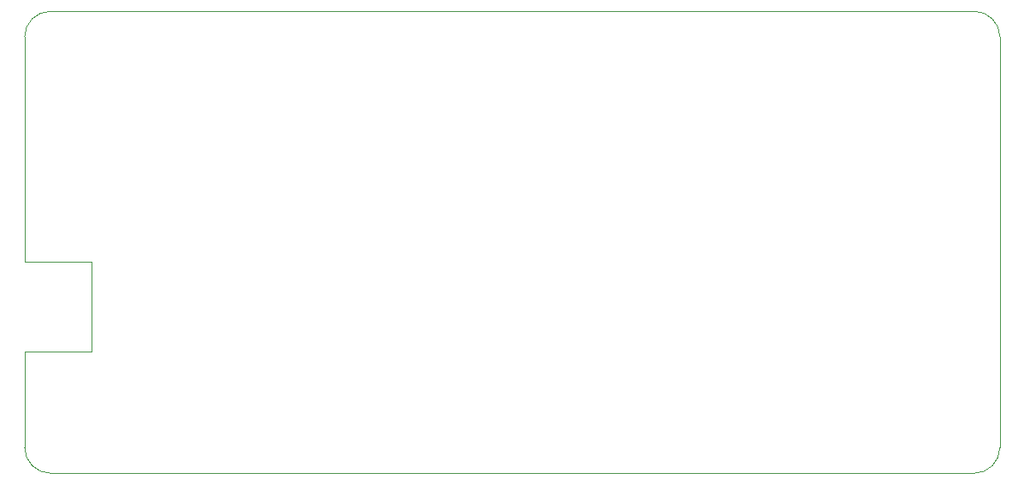
<source format=gbr>
G04 #@! TF.GenerationSoftware,KiCad,Pcbnew,(5.1.4)-1*
G04 #@! TF.CreationDate,2019-12-25T11:40:05+08:00*
G04 #@! TF.ProjectId,matrix_control_main,6d617472-6978-45f6-936f-6e74726f6c5f,rev?*
G04 #@! TF.SameCoordinates,Original*
G04 #@! TF.FileFunction,Profile,NP*
%FSLAX46Y46*%
G04 Gerber Fmt 4.6, Leading zero omitted, Abs format (unit mm)*
G04 Created by KiCad (PCBNEW (5.1.4)-1) date 2019-12-25 11:40:05*
%MOMM*%
%LPD*%
G04 APERTURE LIST*
%ADD10C,0.050000*%
G04 APERTURE END LIST*
D10*
X81280000Y-103500000D02*
X81280000Y-81280000D01*
X87900000Y-103500000D02*
X81280000Y-103500000D01*
X87900000Y-112450000D02*
X87900000Y-103500000D01*
X81280000Y-112450000D02*
X87900000Y-112450000D01*
X81280000Y-121920000D02*
X81280000Y-112450000D01*
X83820000Y-78740000D02*
X175260000Y-78740000D01*
X83820000Y-124460000D02*
X175260000Y-124460000D01*
X81280000Y-81280000D02*
G75*
G02X83820000Y-78740000I2540000J0D01*
G01*
X83820000Y-124460000D02*
G75*
G02X81280000Y-121920000I0J2540000D01*
G01*
X177800000Y-81280000D02*
X177800000Y-121920000D01*
X175260000Y-78740000D02*
G75*
G02X177800000Y-81280000I0J-2540000D01*
G01*
X177800000Y-121920000D02*
G75*
G02X175260000Y-124460000I-2540000J0D01*
G01*
M02*

</source>
